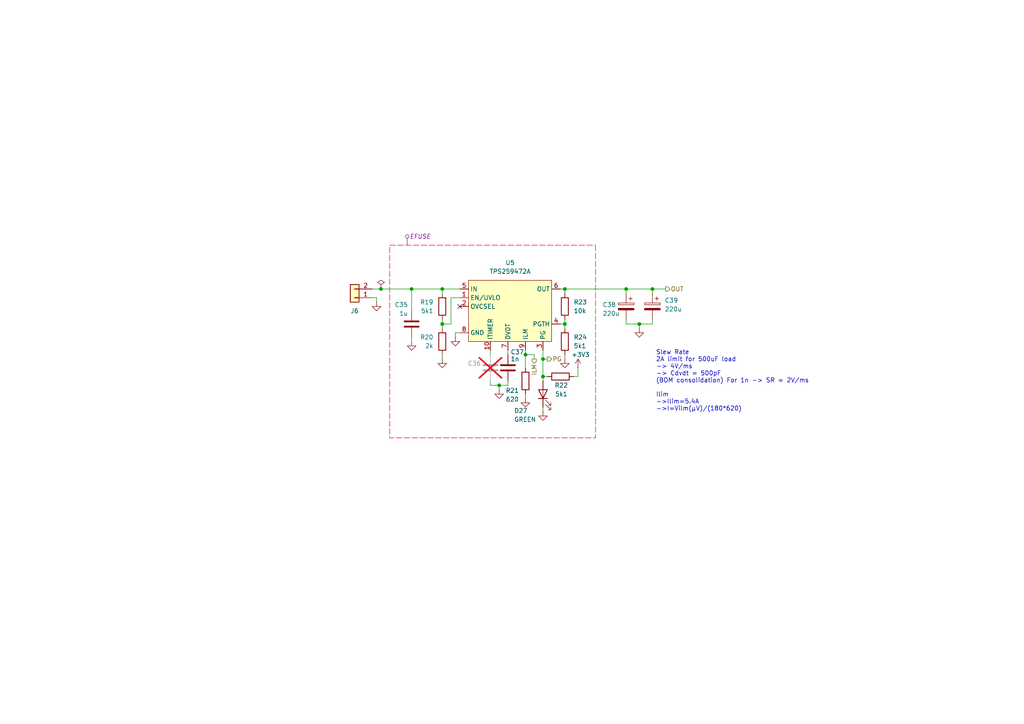
<source format=kicad_sch>
(kicad_sch (version 20250114) (generator "eeschema") (generator_version "9.0")
  (paper "A4")
  (lib_symbols
    (symbol "Connector_Generic:Conn_01x02" (pin_names (offset 1.016) (hide yes))
      (property "Reference" "J" (at 0 2.54 0))
      (property "Value" "Conn_01x02" (at 0 -5.08 0))
      (symbol "Conn_01x02_1_1"
        (rectangle (start -1.27 1.27) (end 1.27 -3.81) (stroke (width 0.254)) (fill (type background)))
        (rectangle (start -1.27 0.127) (end 0 -0.127) (stroke (width 0.1524)))
        (rectangle (start -1.27 -2.413) (end 0 -2.667) (stroke (width 0.1524)))
        (pin passive line (at -5.08 0 0) (length 3.81) (name "Pin_1") (number "1"))
        (pin passive line (at -5.08 -2.54 0) (length 3.81) (name "Pin_2") (number "2"))
      )
    )
    (symbol "Device:C" (pin_numbers (hide yes)) (pin_names (offset 0.254))
      (property "Reference" "C" (at 0.635 2.54 0))
      (property "Value" "C" (at 0.635 -2.54 0))
      (symbol "C_0_1"
        (polyline (pts (xy -2.032 0.762) (xy 2.032 0.762)) (stroke (width 0.508)))
        (polyline (pts (xy -2.032 -0.762) (xy 2.032 -0.762)) (stroke (width 0.508)))
      )
      (symbol "C_1_1"
        (pin passive line (at 0 3.81 270) (length 2.794) (name "~") (number "1"))
        (pin passive line (at 0 -3.81 90) (length 2.794) (name "~") (number "2"))
      )
    )
    (symbol "Device:C_Polarized" (pin_numbers (hide yes)) (pin_names (offset 0.254))
      (property "Reference" "C" (at 0.635 2.54 0))
      (property "Value" "C_Polarized" (at 0.635 -2.54 0))
      (symbol "C_Polarized_0_1"
        (rectangle (start -2.286 0.508) (end 2.286 1.016))
        (polyline (pts (xy -1.778 2.286) (xy -0.762 2.286)))
        (polyline (pts (xy -1.27 2.794) (xy -1.27 1.778)))
        (rectangle (start 2.286 -0.508) (end -2.286 -1.016) (fill (type outline)))
      )
      (symbol "C_Polarized_1_1"
        (pin passive line (at 0 3.81 270) (length 2.794) (name "~") (number "1"))
        (pin passive line (at 0 -3.81 90) (length 2.794) (name "~") (number "2"))
      )
    )
    (symbol "Device:LED" (pin_numbers (hide yes)) (pin_names (offset 1.016) (hide yes))
      (property "Reference" "D" (at 0 2.54 0))
      (property "Value" "LED" (at 0 -2.54 0))
      (symbol "LED_0_1"
        (polyline (pts (xy -3.048 -0.762) (xy -4.572 -2.286) (xy -3.81 -2.286) (xy -4.572 -2.286) (xy -4.572 -1.524)))
        (polyline (pts (xy -1.778 -0.762) (xy -3.302 -2.286) (xy -2.54 -2.286) (xy -3.302 -2.286) (xy -3.302 -1.524)))
        (polyline (pts (xy -1.27 0) (xy 1.27 0)))
        (polyline (pts (xy -1.27 -1.27) (xy -1.27 1.27)) (stroke (width 0.254)))
        (polyline (pts (xy 1.27 -1.27) (xy 1.27 1.27) (xy -1.27 0) (xy 1.27 -1.27)) (stroke (width 0.254)))
      )
      (symbol "LED_1_1"
        (pin passive line (at -3.81 0 0) (length 2.54) (name "K") (number "1"))
        (pin passive line (at 3.81 0 180) (length 2.54) (name "A") (number "2"))
      )
    )
    (symbol "Device:R" (pin_numbers (hide yes)) (pin_names (offset 0))
      (property "Reference" "R" (at 2.032 0 90))
      (property "Value" "R" (at 0 0 90))
      (symbol "R_0_1"
        (rectangle (start -1.016 -2.54) (end 1.016 2.54) (stroke (width 0.254)))
      )
      (symbol "R_1_1"
        (pin passive line (at 0 3.81 270) (length 1.27) (name "~") (number "1"))
        (pin passive line (at 0 -3.81 90) (length 1.27) (name "~") (number "2"))
      )
    )
    (symbol "GLCS:TPS259472x"
      (property "Reference" "U" (at -0.508 12.192 0))
      (property "Value" "TPS259472x" (at 0 9.144 0))
      (symbol "TPS259472x_0_0"
        (pin power_in line (at -15.24 5.08 0) (length 2.54) (name "IN") (number "5"))
        (pin input line (at -15.24 2.54 0) (length 2.54) (name "EN/UVLO") (number "1"))
        (pin input line (at -15.24 0 0) (length 2.54) (name "OVCSEL") (number "2"))
        (pin power_in line (at -15.24 -7.62 0) (length 2.54) (name "GND") (number "8"))
        (pin output line (at -6.35 -12.7 90) (length 2.54) (name "ITIMER") (number "10"))
        (pin output line (at -1.27 -12.7 90) (length 2.54) (name "DVDT") (number "7"))
        (pin output line (at 3.81 -12.7 90) (length 2.54) (name "ILM") (number "9"))
        (pin power_out line (at 13.97 5.08 180) (length 2.54) (name "OUT") (number "6"))
        (pin input line (at 13.97 -5.08 180) (length 2.54) (name "PGTH") (number "4"))
      )
      (symbol "TPS259472x_1_0"
        (pin output line (at 8.89 -12.7 90) (length 2.54) (name "PG") (number "3"))
      )
      (symbol "TPS259472x_1_1"
        (rectangle (start -12.7 7.62) (end 11.43 -10.16) (fill (type background)))
      )
    )
    (symbol "power:+3V3" (power) (pin_numbers (hide yes)) (pin_names (offset 0) (hide yes))
      (property "Value" "+3V3" (at 0 3.556 0))
      (symbol "+3V3_0_1"
        (polyline (pts (xy -0.762 1.27) (xy 0 2.54)))
        (polyline (pts (xy 0 2.54) (xy 0.762 1.27)))
        (polyline (pts (xy 0 0) (xy 0 2.54)))
      )
      (symbol "+3V3_1_1"
        (pin power_in line (at 0 0 90) (length 0) (name "~") (number "1"))
      )
    )
    (symbol "power:GND" (power) (pin_numbers (hide yes)) (pin_names (offset 0) (hide yes))
      (property "Value" "GND" (at 0 -3.81 0))
      (symbol "GND_0_1"
        (polyline (pts (xy 0 0) (xy 0 -1.27) (xy 1.27 -1.27) (xy 0 -2.54) (xy -1.27 -1.27) (xy 0 -1.27)))
      )
      (symbol "GND_1_1"
        (pin power_in line (at 0 0 270) (length 0) (name "~") (number "1"))
      )
    )
    (symbol "power:PWR_FLAG" (power) (pin_numbers (hide yes)) (pin_names (offset 0) (hide yes))
      (property "Value" "PWR_FLAG" (at 0 3.81 0))
      (symbol "PWR_FLAG_0_0"
        (pin power_out line (at 0 0 90) (length 0) (name "~") (number "1"))
      )
      (symbol "PWR_FLAG_0_1"
        (polyline (pts (xy 0 0) (xy 0 1.27) (xy -1.016 1.905) (xy 0 2.54) (xy 1.016 1.905) (xy 0 1.27)))
      )
    )
  )
  (text "Slew Rate\n2A limit for 500uF load\n-> 4V/ms\n-> Cdvdt = 500pF\n(BOM consolidation) For 1n -> SR = 2V/ms\n\nIlim\n->Ilim=5.4A\n->I=Vilm(µV)/(180*620)" (at 190.246 110.49 0) (effects (font (size 1.27 1.27)) (justify left)))
  (junction (at 163.83 83.82))
  (junction (at 181.61 83.82))
  (junction (at 128.27 83.82))
  (junction (at 152.4 102.87))
  (junction (at 189.23 83.82))
  (junction (at 128.27 93.98))
  (junction (at 157.48 109.22))
  (junction (at 185.42 93.98))
  (junction (at 144.78 111.76))
  (junction (at 163.83 93.98))
  (junction (at 119.38 83.82))
  (junction (at 157.48 104.14))
  (junction (at 110.49 83.82))
  (no_connect (at 133.35 88.9))
  (wire (pts (xy 142.24 111.76) (xy 142.24 110.49)))
  (wire (pts (xy 189.23 93.98) (xy 189.23 92.71)))
  (wire (pts (xy 189.23 85.09) (xy 189.23 83.82)))
  (wire (pts (xy 128.27 92.71) (xy 128.27 93.98)))
  (wire (pts (xy 128.27 83.82) (xy 133.35 83.82)))
  (wire (pts (xy 181.61 92.71) (xy 181.61 93.98)))
  (wire (pts (xy 128.27 95.25) (xy 128.27 93.98)))
  (wire (pts (xy 152.4 114.3) (xy 152.4 115.57)))
  (wire (pts (xy 162.56 93.98) (xy 163.83 93.98)))
  (wire (pts (xy 147.32 111.76) (xy 147.32 110.49)))
  (wire (pts (xy 119.38 99.06) (xy 119.38 97.79)))
  (wire (pts (xy 181.61 93.98) (xy 185.42 93.98)))
  (wire (pts (xy 152.4 102.87) (xy 152.4 106.68)))
  (wire (pts (xy 154.94 102.87) (xy 152.4 102.87)))
  (wire (pts (xy 130.81 86.36) (xy 130.81 93.98)))
  (wire (pts (xy 142.24 101.6) (xy 142.24 102.87)))
  (wire (pts (xy 163.83 83.82) (xy 181.61 83.82)))
  (wire (pts (xy 128.27 102.87) (xy 128.27 104.14)))
  (wire (pts (xy 163.83 93.98) (xy 163.83 92.71)))
  (wire (pts (xy 181.61 83.82) (xy 181.61 85.09)))
  (wire (pts (xy 107.95 83.82) (xy 110.49 83.82)))
  (wire (pts (xy 185.42 93.98) (xy 185.42 95.25)))
  (wire (pts (xy 157.48 109.22) (xy 158.75 109.22)))
  (wire (pts (xy 119.38 83.82) (xy 119.38 90.17)))
  (wire (pts (xy 157.48 109.22) (xy 157.48 110.49)))
  (wire (pts (xy 163.83 83.82) (xy 162.56 83.82)))
  (wire (pts (xy 157.48 104.14) (xy 157.48 109.22)))
  (wire (pts (xy 157.48 118.11) (xy 157.48 119.38)))
  (wire (pts (xy 144.78 113.03) (xy 144.78 111.76)))
  (wire (pts (xy 128.27 83.82) (xy 128.27 85.09)))
  (wire (pts (xy 163.83 83.82) (xy 163.83 85.09)))
  (wire (pts (xy 158.75 104.14) (xy 157.48 104.14)))
  (wire (pts (xy 154.94 104.14) (xy 154.94 102.87)))
  (wire (pts (xy 167.64 106.68) (xy 167.64 109.22)))
  (wire (pts (xy 132.08 96.52) (xy 133.35 96.52)))
  (wire (pts (xy 157.48 101.6) (xy 157.48 104.14)))
  (wire (pts (xy 189.23 83.82) (xy 193.04 83.82)))
  (wire (pts (xy 133.35 86.36) (xy 130.81 86.36)))
  (wire (pts (xy 152.4 101.6) (xy 152.4 102.87)))
  (wire (pts (xy 144.78 111.76) (xy 147.32 111.76)))
  (wire (pts (xy 185.42 93.98) (xy 189.23 93.98)))
  (wire (pts (xy 132.08 97.79) (xy 132.08 96.52)))
  (wire (pts (xy 163.83 95.25) (xy 163.83 93.98)))
  (wire (pts (xy 163.83 102.87) (xy 163.83 104.14)))
  (wire (pts (xy 109.22 87.63) (xy 109.22 86.36)))
  (wire (pts (xy 119.38 83.82) (xy 128.27 83.82)))
  (wire (pts (xy 166.37 109.22) (xy 167.64 109.22)))
  (wire (pts (xy 109.22 86.36) (xy 107.95 86.36)))
  (wire (pts (xy 147.32 101.6) (xy 147.32 102.87)))
  (wire (pts (xy 110.49 83.82) (xy 119.38 83.82)))
  (wire (pts (xy 130.81 93.98) (xy 128.27 93.98)))
  (wire (pts (xy 181.61 83.82) (xy 189.23 83.82)))
  (wire (pts (xy 142.24 111.76) (xy 144.78 111.76)))
  (hierarchical_label "ILM" (shape output) (at 154.94 104.14 270))
  (hierarchical_label "OUT" (shape output) (at 193.04 83.82 0))
  (hierarchical_label "PG" (shape output) (at 158.75 104.14 0))
  (rule_area (polyline (pts (xy 172.72 71.12) (xy 172.72 127) (xy 113.03 127) (xy 113.03 71.12)) (stroke (width 0) (type dash))))
  (netclass_flag "" (length 2.54) (shape round) (at 118.11 71.12 0) (property "Component Class" "EFUSE" (at 118.8085 68.58 0) (effects (font (italic yes)) (justify left))))
  (symbol (lib_id "power:GND") (at 163.83 104.14 0) (unit 1)
    (property "Reference" "#PWR085" (effects (hide yes)))
    (property "Value" "GND" (effects (hide yes)))
    (property "Description" "Power symbol creates a global label with name \"GND\" , ground" (effects (hide yes)))
    (instances (project "valrob-carte-actionneurs-cdf-1" (path "" (reference "#PWR095") (unit 1)) (path "" (reference "#PWR085") (unit 1))))
  )
  (symbol (lib_id "Device:R") (at 162.56 109.22 270) (mirror x) (unit 1)
    (property "Reference" "R16" (at 162.814 111.76 90))
    (property "Value" "5k1" (at 162.814 114.3 90))
    (property "Footprint" "Resistor_SMD:R_0402_1005Metric" (effects (hide yes)))
    (property "Description" "Resistor" (effects (hide yes)))
    (property "Manufacturer" "Uniroyal Elec" (effects (hide yes)))
    (property "Manufacturer Part Number" "0402WGF5101TCE" (effects (hide yes)))
    (property "Basic" "Y" (effects (hide yes)))
    (property "JLCPCB Part #" "C25905" (effects (hide yes)))
    (instances (project "valrob-carte-actionneurs-cdf-1" (path "" (reference "R22") (unit 1)) (path "" (reference "R16") (unit 1))))
  )
  (symbol (lib_id "power:GND") (at 119.38 99.06 0) (unit 1)
    (property "Reference" "#PWR079" (effects (hide yes)))
    (property "Value" "GND" (effects (hide yes)))
    (property "Description" "Power symbol creates a global label with name \"GND\" , ground" (effects (hide yes)))
    (instances (project "valrob-carte-actionneurs-cdf-1" (path "" (reference "#PWR089") (unit 1)) (path "" (reference "#PWR079") (unit 1))))
  )
  (symbol (lib_id "GLCS:TPS259472x") (at 148.59 88.9 0) (unit 1)
    (property "Reference" "U4" (at 147.955 76.2 0))
    (property "Value" "TPS259472A" (at 147.955 78.74 0))
    (property "Footprint" "GLCS:Texas_RPW0010A_VQFN-HR-10_2x2mm_P0.5mm" (effects (hide yes)))
    (property "Datasheet" "https://www.ti.com/lit/ds/symlink/tps25947.pdf" (effects (hide yes)))
    (property "Description" "2.7-V to 23-V, 28-mΩ, 5.5-A eFuse with integrated reverse polarity protection" (effects (hide yes)))
    (property "Basic" "X" (effects (hide yes)))
    (property "JLCPCB Part #" "C3662789" (effects (hide yes)))
    (property "Manufacturer" "Texas Instruments" (effects (hide yes)))
    (property "Manufacturer Part Number" "TPS259472ARPWR" (effects (hide yes)))
    (instances (project "valrob-carte-actionneurs-cdf-1" (path "" (reference "U5") (unit 1)) (path "" (reference "U4") (unit 1))))
  )
  (symbol (lib_id "power:GND") (at 132.08 97.79 0) (unit 1)
    (property "Reference" "#PWR081" (effects (hide yes)))
    (property "Value" "GND" (effects (hide yes)))
    (property "Description" "Power symbol creates a global label with name \"GND\" , ground" (effects (hide yes)))
    (instances (project "valrob-carte-actionneurs-cdf-1" (path "" (reference "#PWR091") (unit 1)) (path "" (reference "#PWR081") (unit 1))))
  )
  (symbol (lib_id "Device:R") (at 152.4 110.49 0) (mirror y) (unit 1)
    (property "Reference" "R15" (at 148.59 113.284 0))
    (property "Value" "620" (at 148.59 115.824 0))
    (property "Footprint" "Resistor_SMD:R_0402_1005Metric" (effects (hide yes)))
    (property "Description" "Resistor" (effects (hide yes)))
    (property "Manufacturer" "Uniroyal Elec" (effects (hide yes)))
    (property "Manufacturer Part Number" "0402WGF6200TCE" (effects (hide yes)))
    (property "Basic" "X" (effects (hide yes)))
    (property "JLCPCB Part #" "C4961" (effects (hide yes)))
    (instances (project "valrob-carte-actionneurs-cdf-1" (path "" (reference "R21") (unit 1)) (path "" (reference "R15") (unit 1))))
  )
  (symbol (lib_id "Device:R") (at 128.27 88.9 0) (mirror y) (unit 1)
    (property "Reference" "R13" (at 125.73 87.6299 0) (effects (justify left)))
    (property "Value" "5k1" (at 125.73 90.1699 0) (effects (justify left)))
    (property "Footprint" "Resistor_SMD:R_0402_1005Metric" (effects (hide yes)))
    (property "Description" "Resistor" (effects (hide yes)))
    (property "Manufacturer" "Uniroyal Elec" (effects (hide yes)))
    (property "Manufacturer Part Number" "0402WGF5101TCE" (effects (hide yes)))
    (property "Basic" "Y" (effects (hide yes)))
    (property "JLCPCB Part #" "C25905" (effects (hide yes)))
    (instances (project "valrob-carte-actionneurs-cdf-1" (path "" (reference "R19") (unit 1)) (path "" (reference "R13") (unit 1))))
  )
  (symbol (lib_id "power:GND") (at 144.78 113.03 0) (unit 1)
    (property "Reference" "#PWR082" (effects (hide yes)))
    (property "Value" "GND" (effects (hide yes)))
    (property "Description" "Power symbol creates a global label with name \"GND\" , ground" (effects (hide yes)))
    (instances (project "valrob-carte-actionneurs-cdf-1" (path "" (reference "#PWR092") (unit 1)) (path "" (reference "#PWR082") (unit 1))))
  )
  (symbol (lib_id "power:GND") (at 185.42 95.25 0) (unit 1)
    (property "Reference" "#PWR087" (effects (hide yes)))
    (property "Value" "GND" (effects (hide yes)))
    (property "Description" "Power symbol creates a global label with name \"GND\" , ground" (effects (hide yes)))
    (instances (project "valrob-carte-actionneurs-cdf-1" (path "" (reference "#PWR097") (unit 1)) (path "" (reference "#PWR087") (unit 1))))
  )
  (symbol (lib_id "power:GND") (at 109.22 87.63 0) (unit 1)
    (property "Reference" "#PWR078" (effects (hide yes)))
    (property "Value" "GND" (effects (hide yes)))
    (property "Description" "Power symbol creates a global label with name \"GND\" , ground" (effects (hide yes)))
    (instances (project "valrob-carte-actionneurs-cdf-1" (path "" (reference "#PWR088") (unit 1)) (path "" (reference "#PWR078") (unit 1))))
  )
  (symbol (lib_id "Device:C_Polarized") (at 189.23 88.9 0) (mirror y) (unit 1)
    (property "Reference" "C34" (at 192.786 87.122 0) (effects (justify right)))
    (property "Value" "220u" (at 192.786 89.662 0) (effects (justify right)))
    (property "Footprint" "Capacitor_SMD:CP_Elec_6.3x7.7" (effects (hide yes)))
    (property "Description" "Polarized capacitor" (effects (hide yes)))
    (property "Basic" "X" (effects (hide yes)))
    (property "JLCPCB Part #" "C2918361" (effects (hide yes)))
    (property "Manufacturer" "ROQANG" (effects (hide yes)))
    (property "Manufacturer Part Number" "RVT1E221M0607" (effects (hide yes)))
    (instances (project "valrob-carte-actionneurs-cdf-1" (path "" (reference "C39") (unit 1)) (path "" (reference "C34") (unit 1))))
  )
  (symbol (lib_id "Device:R") (at 128.27 99.06 0) (mirror x) (unit 1)
    (property "Reference" "R14" (at 125.73 97.7899 0) (effects (justify right)))
    (property "Value" "2k" (at 125.73 100.3299 0) (effects (justify right)))
    (property "Footprint" "Resistor_SMD:R_0402_1005Metric" (effects (hide yes)))
    (property "Description" "Resistor" (effects (hide yes)))
    (property "Manufacturer" "Uniroyal Elec" (effects (hide yes)))
    (property "Manufacturer Part Number" "0402WGF2001TCE" (effects (hide yes)))
    (property "Basic" "Y" (effects (hide yes)))
    (property "JLCPCB Part #" "C4109" (effects (hide yes)))
    (instances (project "valrob-carte-actionneurs-cdf-1" (path "" (reference "R20") (unit 1)) (path "" (reference "R14") (unit 1))))
  )
  (symbol (lib_id "Device:C") (at 147.32 106.68 0) (unit 1)
    (property "Reference" "C32" (at 148.082 102.108 0) (effects (justify left)))
    (property "Value" "1n" (at 148.082 104.14 0) (effects (justify left)))
    (property "Footprint" "Capacitor_SMD:C_0402_1005Metric" (effects (hide yes)))
    (property "Description" "Unpolarized capacitor" (effects (hide yes)))
    (property "Basic" "Y" (effects (hide yes)))
    (property "JLCPCB Part #" "C1523" (effects (hide yes)))
    (property "Manufacturer" "FH (Guangdong Fenghua Advanced Tech)" (effects (hide yes)))
    (property "Manufacturer Part Number" "0402B102K500NT" (effects (hide yes)))
    (instances (project "valrob-carte-actionneurs-cdf-1" (path "" (reference "C37") (unit 1)) (path "" (reference "C32") (unit 1))))
  )
  (symbol (lib_id "Device:LED") (at 157.48 114.3 90) (unit 1)
    (property "Reference" "D26" (at 149.098 119.126 90) (effects (justify right)))
    (property "Value" "GREEN" (at 149.098 121.666 90) (effects (justify right)))
    (property "Footprint" "LED_SMD:LED_0805_2012Metric" (effects (hide yes)))
    (property "Description" "Light emitting diode" (effects (hide yes)))
    (property "Sim.Pins" "1=K 2=A" (effects (hide yes)))
    (property "Manufacturer" "Hubei KENTO Elec " (effects (hide yes)))
    (property "Manufacturer Part Number" "KT-0805G" (effects (hide yes)))
    (property "Basic" "Y" (effects (hide yes)))
    (property "JLCPCB Part #" "C2297" (effects (hide yes)))
    (instances (project "valrob-carte-actionneurs-cdf-1" (path "" (reference "D27") (unit 1)) (path "" (reference "D26") (unit 1))))
  )
  (symbol (lib_id "Device:C") (at 142.24 106.68 0) (unit 1) (dnp yes)
    (property "Reference" "C31" (at 135.636 105.41 0) (effects (justify left)))
    (property "Value" "C" (effects (hide yes)))
    (property "Footprint" "Capacitor_SMD:C_0402_1005Metric" (effects (hide yes)))
    (property "Description" "Unpolarized capacitor" (effects (hide yes)))
    (instances (project "valrob-carte-actionneurs-cdf-1" (path "" (reference "C36") (unit 1)) (path "" (reference "C31") (unit 1))))
  )
  (symbol (lib_id "Device:C_Polarized") (at 181.61 88.9 0) (mirror y) (unit 1)
    (property "Reference" "C33" (at 174.752 88.392 0) (effects (justify right)))
    (property "Value" "220u" (at 174.752 90.932 0) (effects (justify right)))
    (property "Footprint" "Capacitor_SMD:CP_Elec_6.3x7.7" (effects (hide yes)))
    (property "Description" "Polarized capacitor" (effects (hide yes)))
    (property "Basic" "X" (effects (hide yes)))
    (property "JLCPCB Part #" "C2918361" (effects (hide yes)))
    (property "Manufacturer" "ROQANG" (effects (hide yes)))
    (property "Manufacturer Part Number" "RVT1E221M0607" (effects (hide yes)))
    (instances (project "valrob-carte-actionneurs-cdf-1" (path "" (reference "C38") (unit 1)) (path "" (reference "C33") (unit 1))))
  )
  (symbol (lib_id "power:GND") (at 157.48 119.38 0) (unit 1)
    (property "Reference" "#PWR084" (effects (hide yes)))
    (property "Value" "GND" (effects (hide yes)))
    (property "Description" "Power symbol creates a global label with name \"GND\" , ground" (effects (hide yes)))
    (instances (project "valrob-carte-actionneurs-cdf-1" (path "" (reference "#PWR094") (unit 1)) (path "" (reference "#PWR084") (unit 1))))
  )
  (symbol (lib_id "Connector_Generic:Conn_01x02") (at 102.87 86.36 180) (unit 1)
    (property "Reference" "J5" (at 102.87 90.17 0))
    (property "Value" "Conn_01x02" (effects (hide yes)))
    (property "Footprint" "Connector_JST:JST_XH_B2B-XH-A_1x02_P2.50mm_Vertical" (effects (hide yes)))
    (property "Description" "Generic connector, single row, 01x02, script generated (kicad-library-utils/schlib/autogen/connector/)" (effects (hide yes)))
    (property "Basic" "Z" (effects (hide yes)))
    (property "JLCPCB Part #" "C158012" (effects (hide yes)))
    (property "Manufacturer" "JST" (effects (hide yes)))
    (property "Manufacturer Part Number" "B2B-XH-A(LF)(SN)" (effects (hide yes)))
    (instances (project "valrob-carte-actionneurs-cdf-1" (path "" (reference "J6") (unit 1)) (path "" (reference "J5") (unit 1))))
  )
  (symbol (lib_id "power:GND") (at 152.4 115.57 0) (unit 1)
    (property "Reference" "#PWR083" (effects (hide yes)))
    (property "Value" "GND" (effects (hide yes)))
    (property "Description" "Power symbol creates a global label with name \"GND\" , ground" (effects (hide yes)))
    (instances (project "valrob-carte-actionneurs-cdf-1" (path "" (reference "#PWR093") (unit 1)) (path "" (reference "#PWR083") (unit 1))))
  )
  (symbol (lib_id "Device:C") (at 119.38 93.98 0) (mirror x) (unit 1)
    (property "Reference" "C30" (at 118.364 88.392 0) (effects (justify right)))
    (property "Value" "1u" (at 118.364 90.932 0) (effects (justify right)))
    (property "Footprint" "Capacitor_SMD:C_0402_1005Metric" (effects (hide yes)))
    (property "Description" "Unpolarized capacitor" (effects (hide yes)))
    (property "Manufacturer" "Samsung Electro-Mechanics " (effects (hide yes)))
    (property "Manufacturer Part Number" "CL05A105KA5NQNC" (effects (hide yes)))
    (property "Basic" "Y" (effects (hide yes)))
    (property "JLCPCB Part #" "C52923" (effects (hide yes)))
    (instances (project "valrob-carte-actionneurs-cdf-1" (path "" (reference "C35") (unit 1)) (path "" (reference "C30") (unit 1))))
  )
  (symbol (lib_id "power:+3V3") (at 167.64 106.68 0) (unit 1)
    (property "Reference" "#PWR086" (effects (hide yes)))
    (property "Value" "+3V3" (at 168.402 102.87 0))
    (property "Description" "Power symbol creates a global label with name \"+3V3\"" (effects (hide yes)))
    (instances (project "valrob-carte-actionneurs-cdf-1" (path "" (reference "#PWR096") (unit 1)) (path "" (reference "#PWR086") (unit 1))))
  )
  (symbol (lib_id "Device:R") (at 163.83 88.9 0) (mirror x) (unit 1)
    (property "Reference" "R17" (at 166.37 87.6299 0) (effects (justify left)))
    (property "Value" "10k" (at 166.37 90.1699 0) (effects (justify left)))
    (property "Footprint" "Resistor_SMD:R_0402_1005Metric" (effects (hide yes)))
    (property "Description" "Resistor" (effects (hide yes)))
    (property "Manufacturer" "Uniroyal Elec" (effects (hide yes)))
    (property "Manufacturer Part Number" "0402WGF1002TCE" (effects (hide yes)))
    (property "Basic" "Y" (effects (hide yes)))
    (property "JLCPCB Part #" "C25744" (effects (hide yes)))
    (instances (project "valrob-carte-actionneurs-cdf-1" (path "" (reference "R23") (unit 1)) (path "" (reference "R17") (unit 1))))
  )
  (symbol (lib_id "Device:R") (at 163.83 99.06 0) (mirror x) (unit 1)
    (property "Reference" "R18" (at 166.37 97.7899 0) (effects (justify left)))
    (property "Value" "5k1" (at 166.37 100.3299 0) (effects (justify left)))
    (property "Footprint" "Resistor_SMD:R_0402_1005Metric" (effects (hide yes)))
    (property "Description" "Resistor" (effects (hide yes)))
    (property "Manufacturer" "Uniroyal Elec" (effects (hide yes)))
    (property "Manufacturer Part Number" "0402WGF5101TCE" (effects (hide yes)))
    (property "Basic" "Y" (effects (hide yes)))
    (property "JLCPCB Part #" "C25905" (effects (hide yes)))
    (instances (project "valrob-carte-actionneurs-cdf-1" (path "" (reference "R24") (unit 1)) (path "" (reference "R18") (unit 1))))
  )
  (symbol (lib_id "power:GND") (at 128.27 104.14 0) (unit 1)
    (property "Reference" "#PWR080" (effects (hide yes)))
    (property "Value" "GND" (effects (hide yes)))
    (property "Description" "Power symbol creates a global label with name \"GND\" , ground" (effects (hide yes)))
    (instances (project "valrob-carte-actionneurs-cdf-1" (path "" (reference "#PWR090") (unit 1)) (path "" (reference "#PWR080") (unit 1))))
  )
  (symbol (lib_id "power:PWR_FLAG") (at 110.49 83.82 0) (unit 1)
    (property "Reference" "#FLG04" (effects (hide yes)))
    (property "Value" "PWR_FLAG" (effects (hide yes)))
    (property "Description" "Special symbol for telling ERC where power comes from" (effects (hide yes)))
    (instances (project "valrob-carte-actionneurs-cdf-1" (path "" (reference "#FLG05") (unit 1)) (path "" (reference "#FLG04") (unit 1))))
  )
)
</source>
